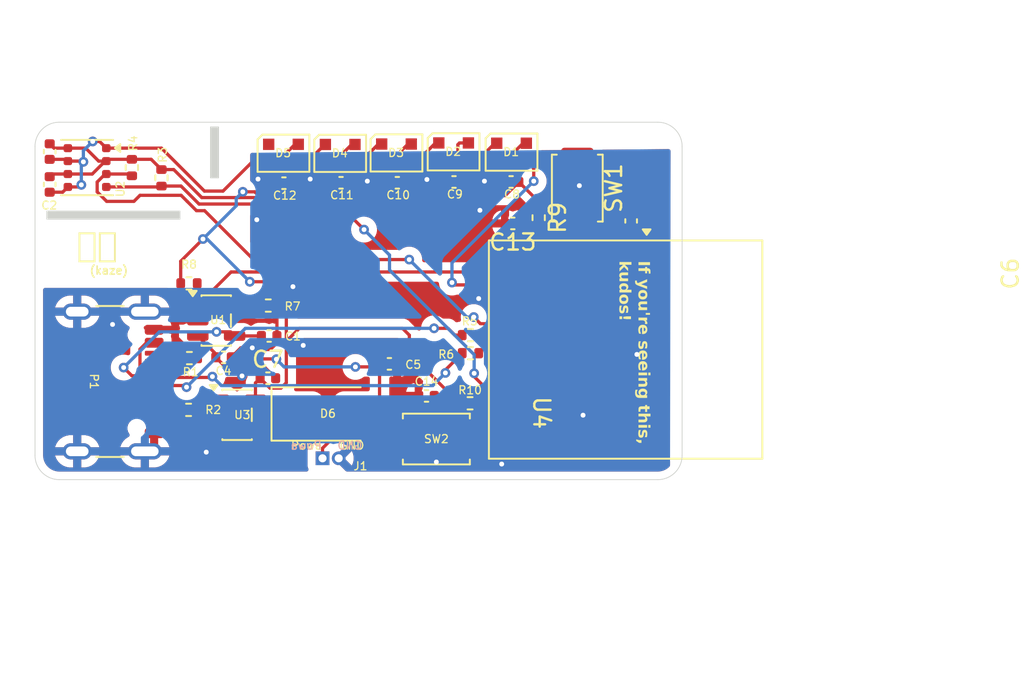
<source format=kicad_pcb>
(kicad_pcb (version 20241229) (generator "pcbnew") (generator_version "9.0")
  (layers (0 "F.Cu" signal) (2 "B.Cu" signal) (13 "F.Paste" user) (15 "B.Paste" user) (5 "F.SilkS" user "F.Silkscreen") (7 "B.SilkS" user "B.Silkscreen") (1 "F.Mask" user) (3 "B.Mask" user) (25 "Edge.Cuts" user))
  (net 0 "")
  (net 1 "/BAT+")
  (net 2 "GND")
  (net 3 "+3V3")
  (net 4 "/SCL-BME680")
  (net 5 "/SDA-BME680")
  (net 6 "/STAT")
  (net 7 "+5V")
  (net 8 "/D-")
  (net 9 "Net-(P1-D-)")
  (net 10 "/D+")
  (net 11 "Net-(P1-D+)")
  (net 12 "Net-(P1-CC)")
  (net 13 "Net-(P1-VCONN)")
  (net 14 "Net-(D1-DOUT)")
  (net 15 "/LED")
  (net 16 "Net-(D2-DOUT)")
  (net 17 "Net-(D3-DOUT)")
  (net 18 "Net-(D4-DOUT)")
  (net 20 "Net-(D6-K)")
  (net 21 "Net-(U1-PROG)")
  (net 45 "/EN")
  (net 46 "/boot")
  (footprint "Capacitor_SMD:C_0402_1005Metric" (layer "F.Cu") (at 157.6096 82.931)
    (property "Reference" "C4")
    (property "Value" "4.7u")
  )
  (footprint "Capacitor_SMD:C_0402_1005Metric" (layer "F.Cu") (at 160.429 81.6102)
    (property "Reference" "C1")
    (property "Value" "4.7u")
  )
  (footprint "Resistor_SMD:R_0402_1005Metric" (layer "F.Cu") (at 172.847 85.7758)
    (property "Reference" "R10")
    (property "Value" "10k")
  )
  (footprint "Capacitor_SMD:C_0402_1005Metric" (layer "F.Cu") (at 182.8038 74.4956 90)
    (property "Reference" "C6")
    (property "Value" "10u")
  )
  (footprint "Resistor_SMD:R_0402_1005Metric" (layer "F.Cu") (at 155.448 86.1822)
    (property "Reference" "R2")
    (property "Value" "5.1k")
  )
  (footprint "Button_Switch_SMD:SW_Push_SPST_NO_Alps_SKRK" (layer "F.Cu") (at 179.4764 72.4662 -90)
    (property "Reference" "SW1")
    (property "Value" "SW_Push")
  )
  (footprint "LED_SMD:LED_WS2812B-2020_PLCC4_2.0x2.0mm" (layer "F.Cu") (at 175.4112 70.2388)
    (property "Reference" "D1")
    (property "Value" "WS2812B-2020")
  )
  (footprint "Resistor_SMD:R_0402_1005Metric" (layer "F.Cu") (at 155.4714 78.359)
    (property "Reference" "R8")
    (property "Value" "10k")
  )
  (footprint "LED_SMD:LED_WS2812B-2020_PLCC4_2.0x2.0mm" (layer "F.Cu") (at 171.8304 70.2222)
    (property "Reference" "D2")
    (property "Value" "WS2812B-2020")
  )
  (footprint "Capacitor_SMD:C_0402_1005Metric" (layer "F.Cu") (at 171.8538 72.0852 180)
    (property "Reference" "C9")
    (property "Value" "100nf")
  )
  (footprint "Resistor_SMD:R_0402_1005Metric" (layer "F.Cu") (at 151.9428 71.1942 90)
    (property "Reference" "R4")
    (property "Value" "4.7k")
  )
  (footprint "Diode_SMD:D_SMA" (layer "F.Cu") (at 164.084 86.4362)
    (property "Reference" "D6")
    (property "Value" "SS14")
  )
  (footprint "Connector_USB:USB_C_Receptacle_GCT_USB4105-xx-A_16P_TopMnt_Horizontal" (layer "F.Cu") (at 149.6396 84.4276 -90)
    (property "Reference" "P1")
    (property "Value" "USB_C_Plug_USB2.0")
  )
  (footprint "Resistor_SMD:R_0402_1005Metric" (layer "F.Cu") (at 153.7716 71.8292 90)
    (property "Reference" "R3")
    (property "Value" "4.7k")
  )
  (footprint "Package_TO_SOT_SMD:SOT-23-5" (layer "F.Cu") (at 158.4452 86.487)
    (property "Reference" "U3")
    (property "Value" "AP2112K-3.3")
  )
  (footprint "Package_TO_SOT_SMD:SOT-23-5" (layer "F.Cu") (at 157.1553 80.6602)
    (property "Reference" "U1")
    (property "Value" "MCP73831-2-OT")
  )
  (footprint "Resistor_SMD:R_0402_1005Metric" (layer "F.Cu") (at 155.4988 82.9818)
    (property "Reference" "R1")
    (property "Value" "5.1k")
  )
  (footprint "Capacitor_SMD:C_0402_1005Metric" (layer "F.Cu") (at 170.1546 85.3186 180)
    (property "Reference" "C14")
    (property "Value" "100nF")
  )
  (footprint "Capacitor_SMD:C_0402_1005Metric" (layer "F.Cu") (at 175.4886 74.6506 180)
    (property "Reference" "C13")
    (property "Value" "10uF")
  )
  (footprint "RF_Module:ESP32-C6-MINI-1" (layer "F.Cu") (at 179.762 82.4546 -90)
    (property "Reference" "U4")
    (property "Value" "ESP32-C6-MINI-1")
  )
  (footprint "Resistor_SMD:R_0402_1005Metric" (layer "F.Cu") (at 172.8704 81.5594)
    (property "Reference" "R5")
    (property "Value" "22")
  )
  (footprint "LED_SMD:LED_WS2812B-2020_PLCC4_2.0x2.0mm" (layer "F.Cu") (at 164.8194 70.315)
    (property "Reference" "D4")
    (property "Value" "WS2812B-2020")
  )
  (footprint "Capacitor_SMD:C_0402_1005Metric" (layer "F.Cu") (at 175.3844 72.0852 180)
    (property "Reference" "C8")
    (property "Value" "100nf")
  )
  (footprint "LED_SMD:LED_WS2812B-2020_PLCC4_2.0x2.0mm" (layer "F.Cu") (at 168.2992 70.2896)
    (property "Reference" "D3")
    (property "Value" "WS2812B-2020")
  )
  (footprint "Resistor_SMD:R_0402_1005Metric" (layer "F.Cu") (at 160.3736 79.7306 180)
    (property "Reference" "R7")
    (property "Value" "2.4k")
  )
  (footprint "Capacitor_SMD:C_0402_1005Metric" (layer "F.Cu") (at 168.3512 72.136 180)
    (property "Reference" "C10")
    (property "Value" "100nf")
  )
  (footprint "LED_SMD:LED_WS2812B-2020_PLCC4_2.0x2.0mm" (layer "F.Cu") (at 161.3142 70.3072)
    (property "Reference" "D5")
    (property "Value" "WS2812B-2020")
  )
  (footprint "Connector_PinHeader_1.00mm:PinHeader_2x01_P1.00mm_Vertical" (layer "F.Cu") (at 163.7284 89.1794)
    (property "Reference" "J1")
    (property "Value" "Conn_01x02_Pin")
  )
  (footprint "Package_LGA:Bosch_LGA-8_3x3mm_P0.8mm_ClockwisePinNumbering" (layer "F.Cu") (at 149.1742 71.1942 -90)
    (property "Reference" "U2")
    (property "Value" "BME680")
  )
  (footprint "Resistor_SMD:R_0402_1005Metric" (layer "F.Cu") (at 177.0888 74.295 -90)
    (property "Reference" "R9")
    (property "Value" "10k")
  )
  (footprint "Capacitor_SMD:C_0402_1005Metric" (layer "F.Cu") (at 167.8606 83.3374)
    (property "Reference" "C5")
    (property "Value" "10uf")
  )
  (footprint "Resistor_SMD:R_0402_1005Metric" (layer "F.Cu") (at 172.8724 82.677)
    (property "Reference" "R6")
    (property "Value" "22")
  )
  (footprint "Button_Switch_SMD:SW_Push_SPST_NO_Alps_SKRK" (layer "F.Cu") (at 170.7642 87.9856)
    (property "Reference" "SW2")
    (property "Value" "SW_Push")
  )
  (footprint "Capacitor_SMD:C_0402_1005Metric" (layer "F.Cu") (at 160.3502 84.2264)
    (property "Reference" "C7")
    (property "Value" "100n")
  )
  (footprint "Capacitor_SMD:C_0402_1005Metric" (layer "F.Cu") (at 164.8714 72.136 180)
    (property "Reference" "C11")
    (property "Value" "100nf")
  )
  (footprint "Capacitor_SMD:C_0402_1005Metric" (layer "F.Cu") (at 161.3408 72.1614 180)
    (property "Reference" "C12")
    (property "Value" "100nf")
  )
  (footprint "Capacitor_SMD:C_0402_1005Metric" (layer "F.Cu") (at 146.8628 72.2376 -90)
    (property "Reference" "C2")
    (property "Value" "100nf")
  )
  (footprint "Capacitor_SMD:C_0402_1005Metric" (layer "F.Cu") (at 146.8628 70.2056 -90)
    (property "Reference" "C3" (hide yes))
    (property "Value" "100nf")
  )
  (gr_line (start 145.9563 88.998) (end 145.9563 69.8898) (stroke (width 0.05)) (layer "Edge.Cuts"))
  (gr_line (start 185.9563 69.8898) (end 185.9563 88.998) (stroke (width 0.05)) (layer "Edge.Cuts"))
  (gr_arc (start 145.9563 69.8898) (mid 146.39564 68.82914) (end 147.4563 68.3898) (stroke (width 0.05)) (layer "Edge.Cuts"))
  (gr_rect (start 156.8022 68.6816) (end 157.3022 71.8312) (stroke (width 0.05)) (fill yes) (layer "Edge.Cuts"))
  (gr_rect (start 146.685 73.8866) (end 154.9146 74.3866) (stroke (width 0.05)) (fill yes) (layer "Edge.Cuts"))
  (gr_line (start 184.4563 90.498) (end 147.4563 90.498) (stroke (width 0.05)) (layer "Edge.Cuts"))
  (gr_arc (start 147.4563 90.498) (mid 146.39564 90.05866) (end 145.9563 88.998) (stroke (width 0.05)) (layer "Edge.Cuts"))
  (gr_arc (start 185.9563 88.998) (mid 185.51696 90.05866) (end 184.4563 90.498) (stroke (width 0.05)) (layer "Edge.Cuts"))
  (gr_arc (start 184.4563 68.3898) (mid 185.51696 68.82914) (end 185.9563 69.8898) (stroke (width 0.05)) (layer "Edge.Cuts"))
  (gr_line (start 147.4563 68.3898) (end 184.4563 68.3898) (stroke (width 0.05)) (layer "Edge.Cuts"))
  (gr_text "If you're seeing this, \nkudos!" (at 181.962 76.9546 270) (layer "F.SilkS") (effects (font (size 0.7 0.7) (thickness 0.175) (bold yes)) (justify left bottom)))
  (gr_text "かぜ" (at 148.5392 76.9366 0) (layer "F.SilkS") (effects (font (size 1.5 1.5) (thickness 0.3) (bold yes)) (justify left bottom)))
  (gr_text "(kaze)" (at 149.2758 77.851 0) (layer "F.SilkS") (effects (font (size 0.5 0.5) (thickness 0.1) (bold yes)) (justify left bottom)))
  (segment (start 157.7406 83.542) (end 158.4438 83.542) (width 0.2) (layer "F.Cu") (net 1))
  (segment (start 157.1296 82.931) (end 157.7406 83.542) (width 0.2) (layer "F.Cu") (net 1))
  (segment (start 167.2524 83.4656) (end 167.3806 83.3374) (width 0.2) (layer "F.Cu") (net 1))
  (segment (start 167.3806 83.3374) (end 167.3806 83.459) (width 0.2) (layer "F.Cu") (net 1))
  (segment (start 158.4438 83.542) (end 158.9532 83.0326) (width 0.2) (layer "F.Cu") (net 1))
  (segment (start 158.9532 83.0326) (end 160.857204 83.0326) (width 0.2) (layer "F.Cu") (net 1))
  (segment (start 165.7764 87.5312) (end 167.2524 86.0552) (width 0.2) (layer "F.Cu") (net 1))
  (segment (start 165.7604 83.5248) (end 167.1932 83.5248) (width 0.2) (layer "F.Cu") (net 1))
  (segment (start 165.7764 87.5312) (end 164.7516 87.5312) (width 0.2) (layer "F.Cu") (net 1))
  (segment (start 157.1296 82.931) (end 157.1296 82.722) (width 0.2) (layer "F.Cu") (net 1))
  (segment (start 157.1296 82.722) (end 156.0178 81.6102) (width 0.2) (layer "F.Cu") (net 1))
  (segment (start 167.1932 83.5248) (end 167.3806 83.3374) (width 0.2) (layer "F.Cu") (net 1))
  (segment (start 167.2524 86.0552) (end 167.2524 83.4656) (width 0.2) (layer "F.Cu") (net 1))
  (segment (start 163.7284 88.5544) (end 163.7284 89.1794) (width 0.2) (layer "F.Cu") (net 1))
  (segment (start 164.7516 87.5312) (end 163.7284 88.5544) (width 0.2) (layer "F.Cu") (net 1))
  (segment (start 160.857204 83.0326) (end 160.874432 83.049828) (width 0.2) (layer "F.Cu") (net 1))
  (via (at 160.874432 83.049828) (size 0.6) (drill 0.3) (layers "F.Cu" "B.Cu") (net 1))
  (via (at 165.7604 83.5248) (size 0.6) (drill 0.3) (layers "F.Cu" "B.Cu") (net 1))
  (segment (start 161.349404 83.5248) (end 165.7604 83.5248) (width 0.2) (layer "B.Cu") (net 1))
  (segment (start 160.874432 83.049828) (end 161.349404 83.5248) (width 0.2) (layer "B.Cu") (net 1))
  (segment (start 160.3992 70.8572) (end 160.3992 71.6998) (width 0.2) (layer "F.Cu") (net 2))
  (segment (start 155.958 88.2162) (end 156.5402 88.7984) (width 0.2) (layer "F.Cu") (net 2))
  (segment (start 155.958 86.1822) (end 155.958 88.2162) (width 0.2) (layer "F.Cu") (net 2))
  (segment (start 167.3842 71.649) (end 167.8712 72.136) (width 0.2) (layer "F.Cu") (net 2))
  (segment (start 150.3617 69.9942) (end 153.7717 69.9942) (width 0.2) (layer "F.Cu") (net 2))
  (segment (start 160.909 82.042) (end 160.909 81.6102) (width 0.2) (layer "F.Cu") (net 2))
  (segment (start 175.9524 79.2546) (end 175.9712 79.2734) (width 0.2) (layer "F.Cu") (net 2))
  (segment (start 174.4962 70.7888) (end 174.4962 71.677) (width 0.2) (layer "F.Cu") (net 2))
  (segment (start 159.2422 83.5914) (end 158.75 84.0836) (width 0.2) (layer "F.Cu") (net 2))
  (segment (start 156.0698 86.0704) (end 155.958 86.1822) (width 0.2) (layer "F.Cu") (net 2))
  (segment (start 160.909 79.756) (end 160.8836 79.7306) (width 0.2) (layer "F.Cu") (net 2))
  (segment (start 170.9154 70.7722) (end 170.9154 71.6268) (width 0.2) (layer "F.Cu") (net 2))
  (segment (start 149.946185 69.578685) (end 150.3617 69.9942) (width 0.2) (layer "F.Cu") (net 2))
  (segment (start 169.6746 84.6714) (end 168.3406 83.3374) (width 0.2) (layer "F.Cu") (net 2))
  (segment (start 174.862 79.2546) (end 173.4246 79.2546) (width 0.2) (layer "F.Cu") (net 2))
  (segment (start 154.2546 81.2276) (end 153.3196 81.2276) (width 0.2) (layer "F.Cu") (net 2))
  (segment (start 157.3077 86.487) (end 156.2628 86.487) (width 0.2) (layer "F.Cu") (net 2))
  (segment (start 148.8992 70.7942) (end 148.9456 70.8406) (width 0.2) (layer "F.Cu") (net 2))
  (segment (start 169.6746 85.3186) (end 169.6746 84.6714) (width 0.2) (layer "F.Cu") (net 2))
  (segment (start 157.5762 72.6494) (end 159.3684 70.8572) (width 0.2) (layer "F.Cu") (net 2))
  (segment (start 159.3684 70.8572) (end 160.3992 70.8572) (width 0.2) (layer "F.Cu") (net 2))
  (segment (start 167.3842 70.8396) (end 167.3842 71.649) (width 0.2) (layer "F.Cu") (net 2))
  (segment (start 174.862 76.5546) (end 174.812 76.5046) (width 0.2) (layer "F.Cu") (net 2))
  (segment (start 148.6874 72.3942) (end 148.8186 72.263) (width 0.2) (layer "F.Cu") (net 2))
  (segment (start 153.7717 69.9942) (end 156.4269 72.6494) (width 0.2) (layer "F.Cu") (net 2))
  (segment (start 147.9867 70.7942) (end 148.8992 70.7942) (width 0.2) (layer "F.Cu") (net 2))
  (segment (start 159.4866 82.4484) (end 160.5026 82.4484) (width 0.2) (layer "F.Cu") (net 2))
  (segment (start 163.9044 71.649) (end 164.3914 72.136) (width 0.2) (layer "F.Cu") (net 2))
  (segment (start 175.762 76.5546) (end 174.862 76.5546) (width 0.2) (layer "F.Cu") (net 2))
  (segment (start 160.8302 84.2264) (end 160.1952 83.5914) (width 0.2) (layer "F.Cu") (net 2))
  (segment (start 156.2628 86.487) (end 155.958 86.1822) (width 0.2) (layer "F.Cu") (net 2))
  (segment (start 146.8628 70.6856) (end 147.8781 70.6856) (width 0.2) (layer "F.Cu") (net 2))
  (segment (start 174.812 89.5258) (end 174.8028 89.535) (width 0.2) (layer "F.Cu") (net 2))
  (segment (start 149.521715 69.578685) (end 149.946185 69.578685) (width 0.2) (layer "F.Cu") (net 2))
  (segment (start 173.4246 79.2546) (end 173.3804 79.2988) (width 0.2) (layer "F.Cu") (net 2))
  (segment (start 170.9154 71.6268) (end 171.3738 72.0852) (width 0.2) (layer "F.Cu") (net 2))
  (segment (start 160.3992 71.6998) (end 160.8608 72.1614) (width 0.2) (layer "F.Cu") (net 2))
  (segment (start 174.862 79.2546) (end 175.9524 79.2546) (width 0.2) (layer "F.Cu") (net 2))
  (segment (start 159.385 82.3468) (end 159.4866 82.4484) (width 0.2) (layer "F.Cu") (net 2))
  (segment (start 163.9044 70.865) (end 163.9044 71.649) (width 0.2) (layer "F.Cu") (net 2))
  (segment (start 160.5026 82.4484) (end 160.909 82.042) (width 0.2) (layer "F.Cu") (net 2))
  (segment (start 156.4269 72.6494) (end 157.5762 72.6494) (width 0.2) (layer "F.Cu") (net 2))
  (segment (start 174.4962 71.677) (end 174.9044 72.0852) (width 0.2) (layer "F.Cu") (net 2))
  (segment (start 158.6738 82.3468) (end 159.385 82.3468) (width 0.2) (layer "F.Cu") (net 2))
  (segment (start 147.9867 72.3942) (end 148.6874 72.3942) (width 0.2) (layer "F.Cu") (net 2))
  (segment (start 160.909 81.6102) (end 160.909 79.756) (width 0.2) (layer "F.Cu") (net 2))
  (segment (start 158.0896 82.931) (end 158.6738 82.3468) (width 0.2) (layer "F.Cu") (net 2))
  (segment (start 156.0088 82.9818) (end 154.2546 81.2276) (width 0.2) (layer "F.Cu") (net 2))
  (segment (start 147.8781 70.6856) (end 147.9867 70.7942) (width 0.2) (layer "F.Cu") (net 2))
  (segment (start 174.812 88.4046) (end 174.812 89.5258) (width 0.2) (layer "F.Cu") (net 2))
  (segment (start 160.1952 83.5914) (end 159.2422 83.5914) (width 0.2) (layer "F.Cu") (net 2))
  (segment (start 146.8628 72.7176) (end 147.6633 72.7176) (width 0.2) (layer "F.Cu") (net 2))
  (segment (start 147.6633 72.7176) (end 147.9867 72.3942) (width 0.2) (layer "F.Cu") (net 2))
  (via (at 179.6034 72.3138) (size 0.6) (drill 0.3) (layers "F.Cu" "B.Cu") (net 2))
  (via (at 170.7642 89.408) (size 0.6) (drill 0.3) (layers "F.Cu" "B.Cu") (net 2))
  (via (at 170.18 71.9328) (size 0.6) (drill 0.3) (layers "F.Cu" "B.Cu") (net 2))
  (via (at 158.75 84.0836) (size 0.6) (drill 0.3) (layers "F.Cu" "B.Cu") (net 2))
  (via (at 161.8996 78.5622) (size 0.6) (drill 0.3) (layers "F.Cu" "B.Cu") (net 2))
  (via (at 150.749 80.899) (size 0.6) (drill 0.3) (layers "F.Cu" "B.Cu") (net 2))
  (via (at 173.4566 73.8378) (size 0.6) (drill 0.3) (layers "F.Cu" "B.Cu") (net 2))
  (via (at 173.3804 79.2988) (size 0.6) (drill 0.3) (layers "F.Cu" "B.Cu") (net 2))
  (via (at 166.497 72.0344) (size 0.6) (drill 0.3) (layers "F.Cu" "B.Cu") (net 2))
  (via (at 159.385 82.3468) (size 0.6) (drill 0.3) (layers "F.Cu" "B.Cu") (net 2))
  (via (at 174.8028 89.535) (size 0.6) (drill 0.3) (layers "F.Cu" "B.Cu") (net 2))
  (via (at 162.5346 82.1944) (size 0.6) (drill 0.3) (layers "F.Cu" "B.Cu") (net 2))
  (via (at 183.1594 82.7532) (size 0.6) (drill 0.3) (layers "F.Cu" "B.Cu") (net 2))
  (via (at 159.6644 74.422) (size 0.6) (drill 0.3) (layers "F.Cu" "B.Cu") (net 2))
  (via (at 148.9456 70.8406) (size 0.6) (drill 0.3) (layers "F.Cu" "B.Cu") (net 2))
  (via (at 173.736 72.0344) (size 0.6) (drill 0.3) (layers "F.Cu" "B.Cu") (net 2))
  (via (at 149.521715 69.578685) (size 0.6) (drill 0.3) (layers "F.Cu" "B.Cu") (net 2))
  (via (at 162.9664 71.9074) (size 0.6) (drill 0.3) (layers "F.Cu" "B.Cu") (net 2))
  (via (at 179.832 86.5124) (size 0.6) (drill 0.3) (layers "F.Cu" "B.Cu") (net 2))
  (via (at 156.5402 88.7984) (size 0.6) (drill 0.3) (layers "F.Cu" "B.Cu") (net 2))
  (via (at 159.7406 71.9074) (size 0.6) (drill 0.3) (layers "F.Cu" "B.Cu") (net 2))
  (via (at 148.8186 72.263) (size 0.6) (drill 0.3) (layers "F.Cu" "B.Cu") (net 2))
  (segment (start 148.9456 70.1548) (end 149.521715 69.578685) (width 0.2) (layer "B.Cu") (net 2))
  (segment (start 148.8186 72.263) (end 148.8186 70.9676) (width 0.2) (layer "B.Cu") (net 2))
  (segment (start 148.8186 70.9676) (end 148.9456 70.8406) (width 0.2) (layer "B.Cu") (net 2))
  (segment (start 159.385 83.4486) (end 158.75 84.0836) (width 0.2) (layer "B.Cu") (net 2))
  (segment (start 159.385 82.3468) (end 159.385 83.4486) (width 0.2) (layer "B.Cu") (net 2))
  (segment (start 148.9456 70.8406) (end 148.9456 70.1548) (width 0.2) (layer "B.Cu") (net 2))
  (segment (start 172.3338 72.0852) (end 173.172 72.9234) (width 0.2) (layer "F.Cu") (net 3))
  (segment (start 175.0262 72.9234) (end 175.8644 72.0852) (width 0.2) (layer "F.Cu") (net 3))
  (segment (start 171.7228 72.6962) (end 172.3338 72.0852) (width 0.2) (layer "F.Cu") (net 3))
  (segment (start 161.5782 71.9188) (end 161.8208 72.1614) (width 0.2) (layer "F.Cu") (net 3))
  (segment (start 165.0834 70.214) (end 165.0834 71.868) (width 0.2) (layer "F.Cu") (net 3))
  (segment (start 161.49 81.9404) (end 161.49 79.3798) (width 0.2) (layer "F.Cu") (net 3))
  (segment (start 160.4812 84.8374) (end 161.15675 84.8374) (width 0.2) (layer "F.Cu") (net 3))
  (segment (start 172.1866 85.7758) (end 169.0946 82.6838) (width 0.2) (layer "F.Cu") (net 3))
  (segment (start 159.5374 72.6948) (end 159.893 73.0504) (width 0.2) (layer "F.Cu") (net 3))
  (segment (start 172.7454 69.6722) (end 172.1954 69.6722) (width 0.2) (layer "F.Cu") (net 3))
  (segment (start 161.8208 72.1614) (end 162.7098 73.0504) (width 0.2) (layer "F.Cu") (net 3))
  (segment (start 172.0944 71.8458) (end 172.3338 72.0852) (width 0.2) (layer "F.Cu") (net 3))
  (segment (start 168.5632 71.868) (end 168.8312 72.136) (width 0.2) (layer "F.Cu") (net 3))
  (segment (start 149.0887 69.9942) (end 149.8887 70.7942) (width 0.2) (layer "F.Cu") (net 3))
  (segment (start 168.1454 72.8218) (end 168.8312 72.136) (width 0.2) (layer "F.Cu") (net 3))
  (segment (start 168.8312 72.136) (end 169.3914 72.6962) (width 0.2) (layer "F.Cu") (net 3))
  (segment (start 147.1314 69.9942) (end 146.8628 69.7256) (width 0.2) (layer "F.Cu") (net 3))
  (segment (start 177.0888 73.3096) (end 175.8644 72.0852) (width 0.2) (layer "F.Cu") (net 3))
  (segment (start 181.6132 73.785) (end 177.0888 73.785) (width 0.2) (layer "F.Cu") (net 3))
  (segment (start 172.0944 69.7732) (end 172.0944 71.8458) (width 0.2) (layer "F.Cu") (net 3))
  (segment (start 147.9867 71.5942) (end 147.0262 71.5942) (width 0.2) (layer "F.Cu") (net 3))
  (segment (start 175.6752 71.896) (end 175.8644 72.0852) (width 0.2) (layer "F.Cu") (net 3))
  (segment (start 168.66932 81.1382) (end 162.2922 81.1382) (width 0.2) (layer "F.Cu") (net 3))
  (segment (start 156.2608 73.0504) (end 159.893 73.0504) (width 0.2) (layer "F.Cu") (net 3))
  (segment (start 158.8008 72.6948) (end 159.5374 72.6948) (width 0.2) (layer "F.Cu") (net 3))
  (segment (start 169.0946 81.56348) (end 168.66932 81.1382) (width 0.2) (layer "F.Cu") (net 3))
  (segment (start 161.5782 70.2062) (end 161.5782 71.9188) (width 0.2) (layer "F.Cu") (net 3))
  (segment (start 169.0122 69.7396) (end 168.5632 70.1886) (width 0.2) (layer "F.Cu") (net 3))
  (segment (start 153.1366 70.6842) (end 153.7716 71.3192) (width 0.2) (layer "F.Cu") (net 3))
  (segment (start 162.7098 73.0504) (end 162.7632 73.0504) (width 0.2) (layer "F.Cu") (net 3))
  (segment (start 169.3914 72.6962) (end 171.7228 72.6962) (width 0.2) (layer "F.Cu") (net 3))
  (segment (start 159.893 73.0504) (end 162.7632 73.0504) (width 0.2) (layer "F.Cu") (net 3))
  (segment (start 159.5827 85.537) (end 159.5827 84.5139) (width 0.2) (layer "F.Cu") (net 3))
  (segment (start 150.293282 70.7942) (end 150.3617 70.7942) (width 0.2) (layer "F.Cu") (net 3))
  (segment (start 160.3676 78.2574) (end 159.2326 78.2574) (width 0.2) (layer "F.Cu") (net 3))
  (segment (start 147.9867 69.9942) (end 147.1314 69.9942) (width 0.2) (layer "F.Cu") (net 3))
  (segment (start 161.49 84.50415) (end 161.49 81.9404) (width 0.2) (layer "F.Cu") (net 3))
  (segment (start 168.5632 70.1886) (end 168.5632 71.868) (width 0.2) (layer "F.Cu") (net 3))
  (segment (start 154.5296 71.3192) (end 156.2608 73.0504) (width 0.2) (layer "F.Cu") (net 3))
  (segment (start 159.5827 84.5139) (end 159.8702 84.2264) (width 0.2) (layer "F.Cu") (net 3))
  (segment (start 162.0272 69.7572) (end 161.5782 70.2062) (width 0.2) (layer "F.Cu") (net 3))
  (segment (start 173.172 72.9234) (end 175.0262 72.9234) (width 0.2) (layer "F.Cu") (net 3))
  (segment (start 149.493282 71.5942) (end 150.293282 70.7942) (width 0.2) (layer "F.Cu") (net 3))
  (segment (start 176.1242 69.6888) (end 175.6752 70.1378) (width 0.2) (layer "F.Cu") (net 3))
  (segment (start 160.4264 73.0504) (end 162.7098 73.0504) (width 0.2) (layer "F.Cu") (net 3))
  (segment (start 177.0888 73.785) (end 177.0888 73.3096) (width 0.2) (layer "F.Cu") (net 3))
  (segment (start 161.49 79.3798) (end 160.3676 78.2574) (width 0.2) (layer "F.Cu") (net 3))
  (segment (start 169.2142 69.7396) (end 169.0122 69.7396) (width 0.2) (layer "F.Cu") (net 3))
  (segment (start 175.6752 70.1378) (end 175.6752 71.896) (width 0.2) (layer "F.Cu") (net 3))
  (segment (start 165.3514 72.136) (end 166.0372 72.8218) (width 0.2) (layer "F.Cu") (net 3))
  (segment (start 165.7344 69.765) (end 165.5324 69.765) (width 0.2) (layer "F.Cu") (net 3))
  (segment (start 151.9428 70.6842) (end 150.4717 70.6842) (width 0.2) (layer "F.Cu") (net 3))
  (segment (start 154.9614 76.9914) (end 156.337 75.6158) (width 0.2) (layer "F.Cu") (net 3))
  (segment (start 147.9867 69.9942) (end 149.0887 69.9942) (width 0.2) (layer "F.Cu") (net 3))
  (segment (start 172.1954 69.6722) (end 172.0944 69.7732) (width 0.2) (layer "F.Cu") (net 3))
  (segment (start 147.9867 71.5942) (end 149.493282 71.5942) (width 0.2) (layer "F.Cu") (net 3))
  (segment (start 169.0946 82.6838) (end 169.0946 81.56348) (width 0.2) (layer "F.Cu") (net 3))
  (segment (start 154.9614 78.359) (end 154.9614 76.9914) (width 0.2) (layer "F.Cu") (net 3))
  (segment (start 164.437 73.0504) (end 165.3514 72.136) (width 0.2) (layer "F.Cu") (net 3))
  (segment (start 153.7716 71.3192) (end 154.5296 71.3192) (width 0.2) (layer "F.Cu") (net 3))
  (segment (start 151.9428 70.6842) (end 153.1366 70.6842) (width 0.2) (layer "F.Cu") (net 3))
  (segment (start 182.162 76.5546) (end 182.162 75.6174) (width 0.2) (layer "F.Cu") (net 3))
  (segment (start 165.0834 71.868) (end 165.3514 72.136) (width 0.2) (layer "F.Cu") (net 3))
  (segment (start 172.337 85.7758) (end 172.1866 85.7758) (width 0.2) (layer "F.Cu") (net 3))
  (segment (start 162.7632 73.0504) (end 164.437 73.0504) (width 0.2) (layer "F.Cu") (net 3))
  (segment (start 147.0262 71.5942) (end 146.8628 71.7576) (width 0.2) (layer "F.Cu") (net 3))
  (segment (start 182.162 75.6174) (end 182.8038 74.9756) (width 0.2) (layer "F.Cu") (net 3))
  (segment (start 162.2292 69.7572) (end 162.0272 69.7572) (width 0.2) (layer "F.Cu") (net 3))
  (segment (start 161.15675 84.8374) (end 161.49 84.50415) (width 0.2) (layer "F.Cu") (net 3))
  (segment (start 150.4717 70.6842) (end 150.3617 70.7942) (width 0.2) (layer "F.Cu") (net 3))
  (segment (start 159.8702 84.2264) (end 160.4812 84.8374) (width 0.2) (layer "F.Cu") (net 3))
  (segment (start 149.8887 70.7942) (end 150.3617 70.7942) (width 0.2) (layer "F.Cu") (net 3))
  (segment (start 182.8038 74.9756) (end 181.6132 73.785) (width 0.2) (layer "F.Cu") (net 3))
  (segment (start 162.2922 81.1382) (end 161.49 81.9404) (width 0.2) (layer "F.Cu") (net 3))
  (segment (start 176.3262 69.6888) (end 176.1242 69.6888) (width 0.2) (layer "F.Cu") (net 3))
  (segment (start 166.0372 72.8218) (end 168.1454 72.8218) (width 0.2) (layer "F.Cu") (net 3))
  (segment (start 165.5324 69.765) (end 165.0834 70.214) (width 0.2) (layer "F.Cu") (net 3))
  (via (at 158.8008 72.6948) (size 0.6) (drill 0.3) (layers "F.Cu" "B.Cu") (net 3))
  (via (at 156.337 75.6158) (size 0.6) (drill 0.3) (layers "F.Cu" "B.Cu") (net 3))
  (via (at 159.2326 78.2574) (size 0.6) (drill 0.3) (layers "F.Cu" "B.Cu") (net 3))
  (segment (start 159.2326 78.2574) (end 156.591 75.6158) (width 0.2) (layer "B.Cu") (net 3))
  (segment (start 156.591 75.6158) (end 156.337 75.6158) (width 0.2) (layer "B.Cu") (net 3))
  (segment (start 158.8008 72.6948) (end 158.3944 73.1012) (width 0.2) (layer "B.Cu") (net 3))
  (segment (start 158.3944 73.5584) (end 156.337 75.6158) (width 0.2) (layer "B.Cu") (net 3))
  (segment (start 158.3944 73.1012) (end 158.3944 73.5584) (width 0.2) (layer "B.Cu") (net 3))
  (segment (start 153.7166 72.3942) (end 153.7716 72.3392) (width 0.2) (layer "F.Cu") (net 4))
  (segment (start 150.3617 72.3942) (end 153.7166 72.3942) (width 0.2) (layer "F.Cu") (net 4))
  (segment (start 166.2938 75.0316) (end 164.7136 73.4514) (width 0.2) (layer "F.Cu") (net 4))
  (segment (start 154.9825 72.3392) (end 153.7716 72.3392) (width 0.2) (layer "F.Cu") (net 4))
  (segment (start 164.7136 73.4514) (end 156.0947 73.4514) (width 0.2) (layer "F.Cu") (net 4))
  (segment (start 156.0947 73.4514) (end 154.9825 72.3392) (width 0.2) (layer "F.Cu") (net 4))
  (segment (start 174.63334 85.6546) (end 173.101 84.12226) (width 0.2) (layer "F.Cu") (net 4))
  (segment (start 174.862 85.6546) (end 174.63334 85.6546) (width 0.2) (layer "F.Cu") (net 4))
  (segment (start 173.101 84.12226) (end 173.101 83.9216) (width 0.2) (layer "F.Cu") (net 4))
  (via (at 166.2938 75.0316) (size 0.6) (drill 0.3) (layers "F.Cu" "B.Cu") (net 4))
  (via (at 173.101 83.9216) (size 0.6) (drill 0.3) (layers "F.Cu" "B.Cu") (net 4))
  (segment (start 167.8686 77.534457) (end 167.8686 76.6064) (width 0.2) (layer "B.Cu") (net 4))
  (segment (start 173.101 83.9216) (end 173.101 82.766857) (width 0.2) (layer "B.Cu") (net 4))
  (segment (start 173.101 82.766857) (end 167.8686 77.534457) (width 0.2) (layer "B.Cu") (net 4))
  (segment (start 167.8686 76.6064) (end 166.2938 75.0316) (width 0.2) (layer "B.Cu") (net 4))
  (segment (start 154.9864 72.9102) (end 155.3618 73.2856) (width 0.2) (layer "F.Cu") (net 5))
  (segment (start 173.0756 80.4418) (end 173.4884 80.8546) (width 0.2) (layer "F.Cu") (net 5))
  (segment (start 149.7982 72.699118) (end 150.384682 73.2856) (width 0.2) (layer "F.Cu") (net 5))
  (segment (start 149.7982 72.089282) (end 149.7982 72.699118) (width 0.2) (layer "F.Cu") (net 5))
  (segment (start 152.4452 72.9102) (end 153.67 72.9102) (width 0.2) (layer "F.Cu") (net 5))
  (segment (start 150.384682 73.2856) (end 152.0698 73.2856) (width 0.2) (layer "F.Cu") (net 5))
  (segment (start 153.67 72.9102) (end 154.9864 72.9102) (width 0.2) (layer "F.Cu") (net 5))
  (segment (start 155.3618 73.2856) (end 155.9394 73.8632) (width 0.2) (layer "F.Cu") (net 5))
  (segment (start 156.4386 73.8632) (end 159.4612 76.8858) (width 0.2) (layer "F.Cu") (net 5))
  (segment (start 150.293282 71.5942) (end 149.7982 72.089282) (width 0.2) (layer "F.Cu") (net 5))
  (segment (start 150.3617 71.5942) (end 151.8328 71.5942) (width 0.2) (layer "F.Cu") (net 5))
  (segment (start 150.3617 71.5942) (end 150.293282 71.5942) (width 0.2) (layer "F.Cu") (net 5))
  (segment (start 152.0698 73.2856) (end 152.4452 72.9102) (width 0.2) (layer "F.Cu") (net 5))
  (segment (start 151.8328 71.5942) (end 151.9428 71.7042) (width 0.2) (layer "F.Cu") (net 5))
  (segment (start 173.4884 80.8546) (end 174.862 80.8546) (width 0.2) (layer "F.Cu") (net 5))
  (segment (start 159.4612 76.8858) (end 169.0878 76.8858) (width 0.2) (layer "F.Cu") (net 5))
  (segment (start 155.9394 73.8632) (end 156.4386 73.8632) (width 0.2) (layer "F.Cu") (net 5))
  (via (at 173.0756 80.4418) (size 0.6) (drill 0.3) (layers "F.Cu" "B.Cu") (net 5))
  (via (at 169.0878 76.8858) (size 0.6) (drill 0.3) (layers "F.Cu" "B.Cu") (net 5))
  (segment (start 173.0756 80.4418) (end 172.6438 80.4418) (width 0.2) (layer "B.Cu") (net 5))
  (segment (start 172.6438 80.4418) (end 169.0878 76.8858) (width 0.2) (layer "B.Cu") (net 5))
  (segment (start 156.0178 79.7102) (end 158.0734 77.6546) (width 0.2) (layer "F.Cu") (net 6))
  (segment (start 155.9814 78.359) (end 155.9814 79.6738) (width 0.2) (layer "F.Cu") (net 6))
  (segment (start 155.9814 79.6738) (end 156.0178 79.7102) (width 0.2) (layer "F.Cu") (net 6))
  (segment (start 174.862 77.6546) (end 158.0734 77.6546) (width 0.2) (layer "F.Cu") (net 6))
  (segment (start 152.4436 84.074) (end 152.4436 86.526599) (width 0.2) (layer "F.Cu") (net 7))
  (segment (start 159.949 81.6102) (end 158.2928 81.6102) (width 0.2) (layer "F.Cu") (net 7))
  (segment (start 152.744601 86.8276) (end 153.3196 86.8276) (width 0.2) (layer "F.Cu") (net 7))
  (segment (start 153.3196 82.0276) (end 152.8462 82.0276) (width 0.2) (layer "F.Cu") (net 7))
  (segment (start 152.8462 82.0276) (end 152.4436 82.4302) (width 0.2) (layer "F.Cu") (net 7))
  (segment (start 157.1752 81.3562) (end 158.0388 81.3562) (width 0.2) (layer "F.Cu") (net 7))
  (segment (start 152.4436 82.4302) (end 152.4436 84.074) (width 0.2) (layer "F.Cu") (net 7))
  (segment (start 158.0388 81.3562) (end 158.2928 81.6102) (width 0.2) (layer "F.Cu") (net 7))
  (segment (start 151.9428 84.074) (end 151.4348 83.566) (width 0.2) (layer "F.Cu") (net 7))
  (segment (start 152.4436 86.526599) (end 152.744601 86.8276) (width 0.2) (layer "F.Cu") (net 7))
  (segment (start 152.4436 84.074) (end 151.9428 84.074) (width 0.2) (layer "F.Cu") (net 7))
  (via (at 151.4348 83.566) (size 0.6) (drill 0.3) (layers "F.Cu" "B.Cu") (net 7))
  (via (at 157.1752 81.3562) (size 0.6) (drill 0.3) (layers "F.Cu" "B.Cu") (net 7))
  (segment (start 151.4348 83.566) (end 153.6446 81.3562) (width 0.2) (layer "B.Cu") (net 7))
  (segment (start 153.6446 81.3562) (end 157.1752 81.3562) (width 0.2) (layer "B.Cu") (net 7))
  (segment (start 173.4756 81.6546) (end 173.3804 81.5594) (width 0.2) (layer "F.Cu") (net 8))
  (segment (start 174.862 81.6546) (end 173.4756 81.6546) (width 0.2) (layer "F.Cu") (net 8))
  (segment (start 171.9072 81.5594) (end 172.3604 81.5594) (width 0.2) (layer "F.Cu") (net 9))
  (segment (start 170.6224 81.1382) (end 171.486 81.1382) (width 0.2) (layer "F.Cu") (net 9))
  (segment (start 153.3196 84.6776) (end 155.221 84.6776) (width 0.2) (layer "F.Cu") (net 9))
  (segment (start 155.221 84.6776) (end 155.321 84.7776) (width 0.2) (layer "F.Cu") (net 9))
  (segment (start 171.486 81.1382) (end 171.9072 81.5594) (width 0.2) (layer "F.Cu") (net 9))
  (via (at 155.321 84.7776) (size 0.6) (drill 0.3) (layers "F.Cu" "B.Cu") (net 9))
  (via (at 170.6224 81.1382) (size 0.6) (drill 0.3) (layers "F.Cu" "B.Cu") (net 9))
  (segment (start 170.6224 81.1382) (end 158.9604 81.1382) (width 0.2) (layer "B.Cu") (net 9))
  (segment (start 158.9604 81.1382) (end 155.321 84.7776) (width 0.2) (layer "B.Cu") (net 9))
  (segment (start 174.862 82.4546) (end 173.6048 82.4546) (width 0.2) (layer "F.Cu") (net 10))
  (segment (start 173.6048 82.4546) (end 173.3824 82.677) (width 0.2) (layer "F.Cu") (net 10))
  (segment (start 171.323 83.7164) (end 172.3624 82.677) (width 0.2) (layer "F.Cu") (net 11))
  (segment (start 153.3196 84.1776) (end 156.8684 84.1776) (width 0.2) (layer "F.Cu") (net 11))
  (segment (start 171.323 83.8962) (end 171.323 83.7164) (width 0.2) (layer "F.Cu") (net 11))
  (segment (start 156.8684 84.1776) (end 156.9212 84.1248) (width 0.2) (layer "F.Cu") (net 11))
  (via (at 171.323 83.8962) (size 0.6) (drill 0.3) (layers "F.Cu" "B.Cu") (net 11))
  (via (at 156.9212 84.1248) (size 0.6) (drill 0.3) (layers "F.Cu" "B.Cu") (net 11))
  (segment (start 157.48 84.6836) (end 170.5356 84.6836) (width 0.2) (layer "B.Cu") (net 11))
  (segment (start 170.5356 84.6836) (end 171.323 83.8962) (width 0.2) (layer "B.Cu") (net 11))
  (segment (start 156.9212 84.1248) (end 157.48 84.6836) (width 0.2) (layer "B.Cu") (net 11))
  (segment (start 154.793 83.1776) (end 153.3196 83.1776) (width 0.2) (layer "F.Cu") (net 12))
  (segment (start 154.9888 82.9818) (end 154.793 83.1776) (width 0.2) (layer "F.Cu") (net 12))
  (segment (start 154.938 86.1822) (end 153.3242 86.1822) (width 0.2) (layer "F.Cu") (net 13))
  (segment (start 153.3242 86.1822) (end 153.3196 86.1776) (width 0.2) (layer "F.Cu") (net 13))
  (segment (start 172.7454 70.7722) (end 173.2954 70.7722) (width 0.2) (layer "F.Cu") (net 14))
  (segment (start 173.2954 70.7722) (end 174.3788 69.6888) (width 0.2) (layer "F.Cu") (net 14))
  (segment (start 174.3788 69.6888) (end 174.4962 69.6888) (width 0.2) (layer "F.Cu") (net 14))
  (segment (start 176.784 71.2466) (end 176.3262 70.7888) (width 0.2) (layer "F.Cu") (net 15))
  (segment (start 171.8758 78.4546) (end 174.862 78.4546) (width 0.2) (layer "F.Cu") (net 15))
  (segment (start 176.784 72.0344) (end 176.784 71.2466) (width 0.2) (layer "F.Cu") (net 15))
  (segment (start 171.7294 78.3082) (end 171.8758 78.4546) (width 0.2) (layer "F.Cu") (net 15))
  (via (at 176.784 72.0344) (size 0.6) (drill 0.3) (layers "F.Cu" "B.Cu") (net 15))
  (via (at 171.7294 78.3082) (size 0.6) (drill 0.3) (layers "F.Cu" "B.Cu") (net 15))
  (segment (start 171.7294 77.089) (end 176.784 72.0344) (width 0.2) (layer "B.Cu") (net 15))
  (segment (start 171.7294 78.3082) (end 171.7294 77.089) (width 0.2) (layer "B.Cu") (net 15))
  (segment (start 169.2142 70.8396) (end 169.546 70.8396) (width 0.2) (layer "F.Cu") (net 16))
  (segment (start 170.7134 69.6722) (end 170.9154 69.6722) (width 0.2) (layer "F.Cu") (net 16))
  (segment (start 169.546 70.8396) (end 170.7134 69.6722) (width 0.2) (layer "F.Cu") (net 16))
  (segment (start 167.1822 69.7396) (end 167.3842 69.7396) (width 0.2) (layer "F.Cu") (net 17))
  (segment (start 165.7344 70.865) (end 166.0568 70.865) (width 0.2) (layer "F.Cu") (net 17))
  (segment (start 166.0568 70.865) (end 167.1822 69.7396) (width 0.2) (layer "F.Cu") (net 17))
  (segment (start 163.8714 69.765) (end 163.9044 69.765) (width 0.2) (layer "F.Cu") (net 18))
  (segment (start 162.2292 70.8572) (end 162.7792 70.8572) (width 0.2) (layer "F.Cu") (net 18))
  (segment (start 162.7792 70.8572) (end 163.8714 69.765) (width 0.2) (layer "F.Cu") (net 18))
  (segment (start 157.662168 85.537) (end 158.2712 86.146032) (width 0.2) (layer "F.Cu") (net 20))
  (segment (start 157.970199 87.437) (end 157.3077 87.437) (width 0.2) (layer "F.Cu") (net 20))
  (segment (start 158.278232 87.437) (end 159.279032 86.4362) (width 0.2) (layer "F.Cu") (net 20))
  (segment (start 157.3077 85.537) (end 157.662168 85.537) (width 0.2) (layer "F.Cu") (net 20))
  (segment (start 157.3077 87.437) (end 158.278232 87.437) (width 0.2) (layer "F.Cu") (net 20))
  (segment (start 159.279032 86.4362) (end 162.084 86.4362) (width 0.2) (layer "F.Cu") (net 20))
  (segment (start 158.2712 86.146032) (end 158.2712 87.135999) (width 0.2) (layer "F.Cu") (net 20))
  (segment (start 158.2712 87.135999) (end 157.970199 87.437) (width 0.2) (layer "F.Cu") (net 20))
  (segment (start 163.2524 86.0552) (end 163.2524 86.9552) (width 0.2) (layer "F.Cu") (net 20))
  (segment (start 159.8432 79.7102) (end 159.8636 79.7306) (width 0.2) (layer "F.Cu") (net 21))
  (segment (start 158.2928 79.7102) (end 159.8432 79.7102) (width 0.2) (layer "F.Cu") (net 21))
  (segment (start 178.162 76.5546) (end 178.162 75.8806) (width 0.2) (layer "F.Cu") (net 45))
  (segment (start 176.9344 74.6506) (end 177.0888 74.805) (width 0.2) (layer "F.Cu") (net 45))
  (segment (start 178.162 75.8806) (end 179.4764 74.5662) (width 0.2) (layer "F.Cu") (net 45))
  (segment (start 179.2376 74.805) (end 179.4764 74.5662) (width 0.2) (layer "F.Cu") (net 45))
  (segment (start 177.0888 74.805) (end 179.2376 74.805) (width 0.2) (layer "F.Cu") (net 45))
  (segment (start 175.9686 74.6506) (end 176.9344 74.6506) (width 0.2) (layer "F.Cu") (net 45))
  (segment (start 172.736 86.3968) (end 172.8642 86.525) (width 0.2) (layer "F.Cu") (net 46))
  (segment (start 173.357 85.7758) (end 174.0358 86.4546) (width 0.2) (layer "F.Cu") (net 46))
  (segment (start 172.8642 86.525) (end 172.8642 87.9856) (width 0.2) (layer "F.Cu") (net 46))
  (segment (start 172.736 86.3968) (end 173.357 85.7758) (width 0.2) (layer "F.Cu") (net 46))
  (segment (start 174.3952 86.4546) (end 174.862 86.4546) (width 0.2) (layer "F.Cu") (net 46))
  (segment (start 172.8642 87.9856) (end 174.3952 86.4546) (width 0.2) (layer "F.Cu") (net 46))
  (segment (start 170.6346 85.3186) (end 171.7128 86.3968) (width 0.2) (layer "F.Cu") (net 46))
  (segment (start 174.0358 86.4546) (end 174.862 86.4546) (width 0.2) (layer "F.Cu") (net 46))
  (segment (start 171.7128 86.3968) (end 172.736 86.3968) (width 0.2) (layer "F.Cu") (net 46))
  (zone (net 2) (net_name "GND") (layers "F.Cu" "B.Cu") (connect_pads (clearance 0.5)) (min_thickness 0.25) (fill yes (thermal_gap 0.5) (thermal_bridge_width 0.5))
    (polygon (pts (xy 185.2422 70.0532) (xy 185.2082 90.0754) (xy 146.2532 90.2462) (xy 146.4056 78.6384) (xy 159.258 78.6384) (xy 159.258 70.2818)))
  )
)
</source>
